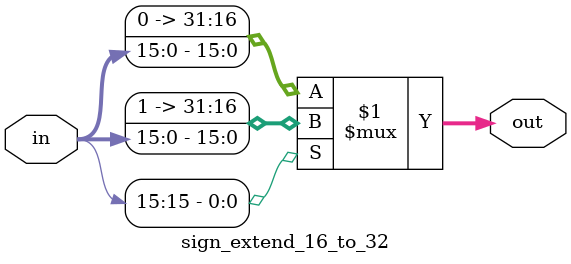
<source format=v>
module sign_extend_16_to_32(
    input [15:0] in,
    output [31:0] out
);
    assign out = in[15] ? {16'b1111111111111111, in} : {16'b0000000000000000, in};

endmodule
</source>
